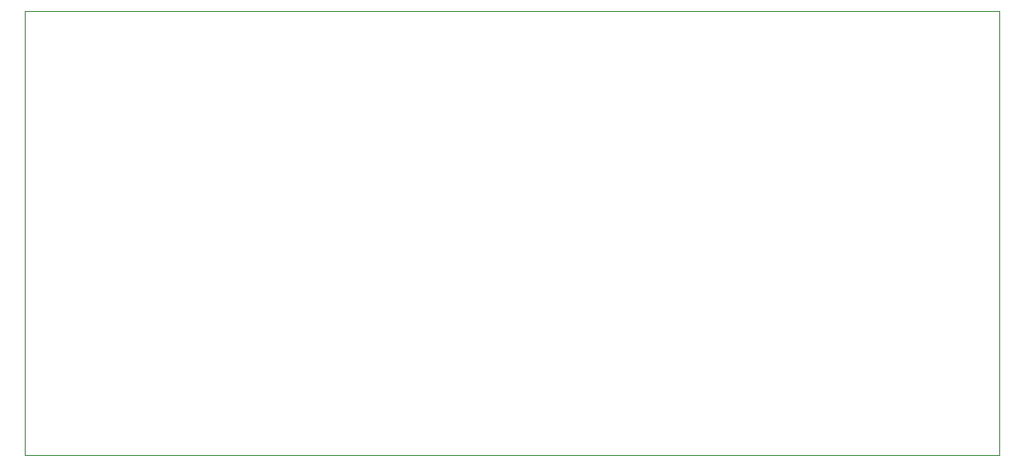
<source format=gbr>
G04 #@! TF.GenerationSoftware,KiCad,Pcbnew,5.1.5+dfsg1-2build2*
G04 #@! TF.CreationDate,2021-11-10T16:06:01-05:00*
G04 #@! TF.ProjectId,SINSONTE_MODEL_B,53494e53-4f4e-4544-955f-4d4f44454c5f,rev?*
G04 #@! TF.SameCoordinates,Original*
G04 #@! TF.FileFunction,Profile,NP*
%FSLAX46Y46*%
G04 Gerber Fmt 4.6, Leading zero omitted, Abs format (unit mm)*
G04 Created by KiCad (PCBNEW 5.1.5+dfsg1-2build2) date 2021-11-10 16:06:01*
%MOMM*%
%LPD*%
G04 APERTURE LIST*
%ADD10C,0.050000*%
G04 APERTURE END LIST*
D10*
X140000000Y-50000000D02*
X140000000Y-91000000D01*
X50000000Y-91000000D02*
X140000000Y-91000000D01*
X50000000Y-50000000D02*
X140000000Y-50000000D01*
X50000000Y-50000000D02*
X50000000Y-91000000D01*
M02*

</source>
